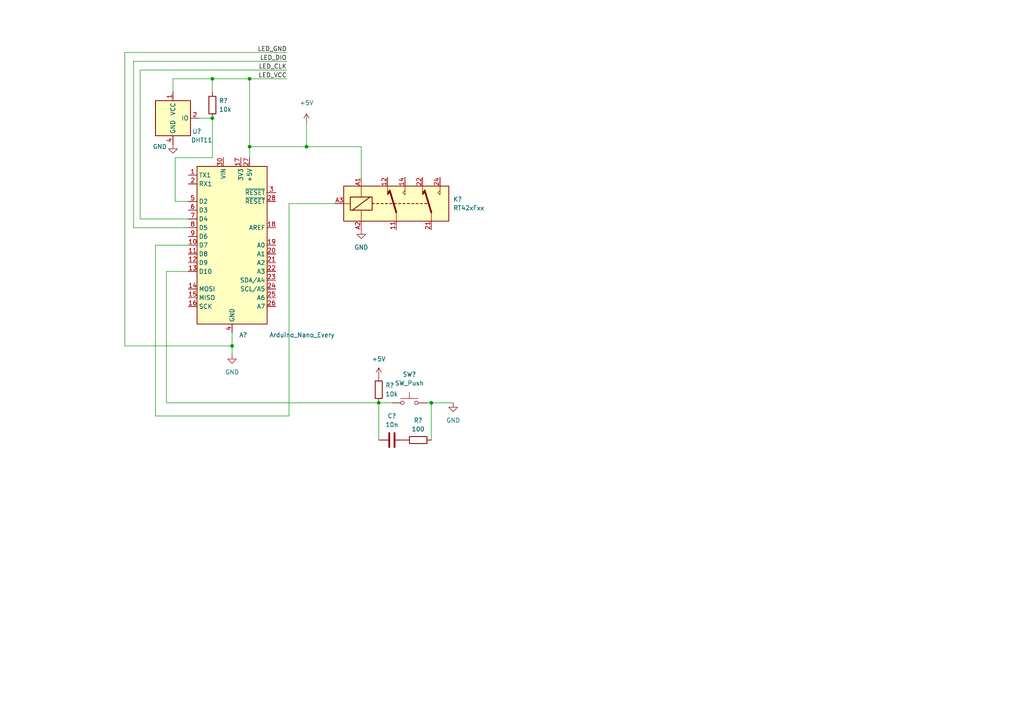
<source format=kicad_sch>
(kicad_sch (version 20211123) (generator eeschema)
  (paper "A4")
  (lib_symbols
    (symbol "Device:C" (pin_numbers hide) (pin_names (offset 0.254))
      (property "Reference" "C" (at 0.635 2.54 0))
      (property "Value" "C" (at 0.635 -2.54 0))
      (symbol "C_0_1"
        (polyline (pts (xy -2.032 -0.762) (xy 2.032 -0.762)) (stroke (width 0.508)))
        (polyline (pts (xy -2.032 0.762) (xy 2.032 0.762)) (stroke (width 0.508)))
      )
      (symbol "C_1_1"
        (pin passive line (at 0 3.81 270) (length 2.794) (name "~") (number "1"))
        (pin passive line (at 0 -3.81 90) (length 2.794) (name "~") (number "2"))
      )
    )
    (symbol "Device:R" (pin_numbers hide) (pin_names (offset 0))
      (property "Reference" "R" (at 2.032 0 90))
      (property "Value" "R" (at 0 0 90))
      (symbol "R_0_1"
        (rectangle (start -1.016 -2.54) (end 1.016 2.54) (stroke (width 0.254)))
      )
      (symbol "R_1_1"
        (pin passive line (at 0 3.81 270) (length 1.27) (name "~") (number "1"))
        (pin passive line (at 0 -3.81 90) (length 1.27) (name "~") (number "2"))
      )
    )
    (symbol "MCU_Module:Arduino_Nano_Every"
      (property "Reference" "A" (at -10.16 23.495 0))
      (property "Value" "Arduino_Nano_Every" (at 5.08 -24.13 0))
      (symbol "Arduino_Nano_Every_0_1"
        (rectangle (start -10.16 22.86) (end 10.16 -22.86) (stroke (width 0.254)) (fill (type background)))
      )
      (symbol "Arduino_Nano_Every_1_1"
        (pin bidirectional line (at -12.7 20.32 0) (length 2.54) (name "TX1") (number "1"))
        (pin bidirectional line (at -12.7 0 0) (length 2.54) (name "D7") (number "10"))
        (pin bidirectional line (at -12.7 -2.54 0) (length 2.54) (name "D8") (number "11"))
        (pin bidirectional line (at -12.7 -5.08 0) (length 2.54) (name "D9") (number "12"))
        (pin bidirectional line (at -12.7 -7.62 0) (length 2.54) (name "D10") (number "13"))
        (pin bidirectional line (at -12.7 -12.7 0) (length 2.54) (name "MOSI") (number "14"))
        (pin bidirectional line (at -12.7 -15.24 0) (length 2.54) (name "MISO") (number "15"))
        (pin bidirectional line (at -12.7 -17.78 0) (length 2.54) (name "SCK") (number "16"))
        (pin power_out line (at 2.54 25.4 270) (length 2.54) (name "3V3") (number "17"))
        (pin input line (at 12.7 5.08 180) (length 2.54) (name "AREF") (number "18"))
        (pin bidirectional line (at 12.7 0 180) (length 2.54) (name "A0") (number "19"))
        (pin bidirectional line (at -12.7 17.78 0) (length 2.54) (name "RX1") (number "2"))
        (pin bidirectional line (at 12.7 -2.54 180) (length 2.54) (name "A1") (number "20"))
        (pin bidirectional line (at 12.7 -5.08 180) (length 2.54) (name "A2") (number "21"))
        (pin bidirectional line (at 12.7 -7.62 180) (length 2.54) (name "A3") (number "22"))
        (pin bidirectional line (at 12.7 -10.16 180) (length 2.54) (name "SDA/A4") (number "23"))
        (pin bidirectional line (at 12.7 -12.7 180) (length 2.54) (name "SCL/A5") (number "24"))
        (pin bidirectional line (at 12.7 -15.24 180) (length 2.54) (name "A6") (number "25"))
        (pin bidirectional line (at 12.7 -17.78 180) (length 2.54) (name "A7") (number "26"))
        (pin power_out line (at 5.08 25.4 270) (length 2.54) (name "+5V") (number "27"))
        (pin input line (at 12.7 12.7 180) (length 2.54) (name "~{RESET}") (number "28"))
        (pin passive line (at 0 -25.4 90) (length 2.54) hide (name "GND") (number "29"))
        (pin input line (at 12.7 15.24 180) (length 2.54) (name "~{RESET}") (number "3"))
        (pin power_in line (at -2.54 25.4 270) (length 2.54) (name "VIN") (number "30"))
        (pin power_in line (at 0 -25.4 90) (length 2.54) (name "GND") (number "4"))
        (pin bidirectional line (at -12.7 12.7 0) (length 2.54) (name "D2") (number "5"))
        (pin bidirectional line (at -12.7 10.16 0) (length 2.54) (name "D3") (number "6"))
        (pin bidirectional line (at -12.7 7.62 0) (length 2.54) (name "D4") (number "7"))
        (pin bidirectional line (at -12.7 5.08 0) (length 2.54) (name "D5") (number "8"))
        (pin bidirectional line (at -12.7 2.54 0) (length 2.54) (name "D6") (number "9"))
      )
    )
    (symbol "Relay:RT42xFxx"
      (property "Reference" "K" (at 16.51 3.81 0))
      (property "Value" "RT42xFxx" (at 16.51 1.27 0))
      (symbol "RT42xFxx_0_0"
        (polyline (pts (xy -7.62 1.905) (xy -12.7 -1.905)) (stroke (width 0.254)))
      )
      (symbol "RT42xFxx_0_1"
        (rectangle (start -15.24 0) (end -13.335 0))
        (rectangle (start -15.24 5.08) (end 15.24 -5.08) (stroke (width 0.254)) (fill (type background)))
        (rectangle (start -13.335 1.905) (end -6.985 -1.905) (stroke (width 0.254)))
        (polyline (pts (xy -10.16 -5.08) (xy -10.16 -1.905)))
        (polyline (pts (xy -10.16 5.08) (xy -10.16 1.905)))
        (polyline (pts (xy -6.985 0) (xy -6.35 0)) (stroke (width 0.254)))
        (polyline (pts (xy -5.715 0) (xy -5.08 0)) (stroke (width 0.254)))
        (polyline (pts (xy -4.445 0) (xy -3.81 0)) (stroke (width 0.254)))
        (polyline (pts (xy -3.175 0) (xy -2.54 0)) (stroke (width 0.254)))
        (polyline (pts (xy -1.905 0) (xy -1.27 0)) (stroke (width 0.254)))
        (polyline (pts (xy -0.635 0) (xy 0 0)) (stroke (width 0.254)))
        (polyline (pts (xy 0 -2.54) (xy -1.905 3.81)) (stroke (width 0.508)))
        (polyline (pts (xy 0 -2.54) (xy 0 -5.08)))
        (polyline (pts (xy 0.635 0) (xy 1.27 0)) (stroke (width 0.254)))
        (polyline (pts (xy 1.905 0) (xy 2.54 0)) (stroke (width 0.254)))
        (polyline (pts (xy 3.175 0) (xy 3.81 0)) (stroke (width 0.254)))
        (polyline (pts (xy 4.445 0) (xy 5.08 0)) (stroke (width 0.254)))
        (polyline (pts (xy 5.715 0) (xy 6.35 0)) (stroke (width 0.254)))
        (polyline (pts (xy 6.985 0) (xy 7.62 0)) (stroke (width 0.254)))
        (polyline (pts (xy 8.255 0) (xy 8.89 0)) (stroke (width 0.254)))
        (polyline (pts (xy 10.16 -2.54) (xy 8.255 3.81)) (stroke (width 0.508)))
        (polyline (pts (xy 10.16 -2.54) (xy 10.16 -5.08)))
        (polyline (pts (xy -2.54 5.08) (xy -2.54 2.54) (xy -1.905 3.175) (xy -2.54 3.81)) (fill (type outline)))
        (polyline (pts (xy 2.54 5.08) (xy 2.54 2.54) (xy 1.905 3.175) (xy 2.54 3.81)))
        (polyline (pts (xy 7.62 5.08) (xy 7.62 2.54) (xy 8.255 3.175) (xy 7.62 3.81)) (fill (type outline)))
        (polyline (pts (xy 12.7 5.08) (xy 12.7 2.54) (xy 12.065 3.175) (xy 12.7 3.81)))
      )
      (symbol "RT42xFxx_1_1"
        (pin passive line (at 0 -7.62 90) (length 2.54) (name "~") (number "11"))
        (pin passive line (at -2.54 7.62 270) (length 2.54) (name "~") (number "12"))
        (pin passive line (at 2.54 7.62 270) (length 2.54) (name "~") (number "14"))
        (pin passive line (at 10.16 -7.62 90) (length 2.54) (name "~") (number "21"))
        (pin passive line (at 7.62 7.62 270) (length 2.54) (name "~") (number "22"))
        (pin passive line (at 12.7 7.62 270) (length 2.54) (name "~") (number "24"))
        (pin passive line (at -10.16 7.62 270) (length 2.54) (name "~") (number "A1"))
        (pin passive line (at -10.16 -7.62 90) (length 2.54) (name "~") (number "A2"))
        (pin passive line (at -17.78 0 0) (length 2.54) (name "~") (number "A3"))
      )
    )
    (symbol "Sensor:DHT11"
      (property "Reference" "U" (at -3.81 6.35 0))
      (property "Value" "DHT11" (at 3.81 6.35 0))
      (symbol "DHT11_0_1"
        (rectangle (start -5.08 5.08) (end 5.08 -5.08) (stroke (width 0.254)) (fill (type background)))
      )
      (symbol "DHT11_1_1"
        (pin power_in line (at 0 7.62 270) (length 2.54) (name "VCC") (number "1"))
        (pin bidirectional line (at 7.62 0 180) (length 2.54) (name "IO") (number "2"))
        (pin no_connect line (at -5.08 0 0) (length 2.54) hide (name "NC") (number "3"))
        (pin power_in line (at 0 -7.62 90) (length 2.54) (name "GND") (number "4"))
      )
    )
    (symbol "Switch:SW_Push" (pin_numbers hide) (pin_names (offset 1.016) hide)
      (property "Reference" "SW" (at 1.27 2.54 0))
      (property "Value" "SW_Push" (at 0 -1.524 0))
      (symbol "SW_Push_0_1"
        (circle (center -2.032 0) (radius 0.508))
        (polyline (pts (xy 0 1.27) (xy 0 3.048)))
        (polyline (pts (xy 2.54 1.27) (xy -2.54 1.27)))
        (circle (center 2.032 0) (radius 0.508))
        (pin passive line (at -5.08 0 0) (length 2.54) (name "1") (number "1"))
        (pin passive line (at 5.08 0 180) (length 2.54) (name "2") (number "2"))
      )
    )
    (symbol "power:+5V" (power) (pin_names (offset 0))
      (property "Value" "+5V" (at 0 3.556 0))
      (symbol "+5V_0_1"
        (polyline (pts (xy -0.762 1.27) (xy 0 2.54)))
        (polyline (pts (xy 0 0) (xy 0 2.54)))
        (polyline (pts (xy 0 2.54) (xy 0.762 1.27)))
      )
      (symbol "+5V_1_1"
        (pin power_in line (at 0 0 90) (length 0) hide (name "+5V") (number "1"))
      )
    )
    (symbol "power:GND" (power) (pin_names (offset 0))
      (property "Value" "GND" (at 0 -3.81 0))
      (symbol "GND_0_1"
        (polyline (pts (xy 0 0) (xy 0 -1.27) (xy 1.27 -1.27) (xy 0 -2.54) (xy -1.27 -1.27) (xy 0 -1.27)))
      )
      (symbol "GND_1_1"
        (pin power_in line (at 0 0 270) (length 0) hide (name "GND") (number "1"))
      )
    )
  )
  (junction (at 67.31 100.33))
  (junction (at 125.095 116.84))
  (junction (at 88.9 42.545))
  (junction (at 61.595 34.29))
  (junction (at 72.39 42.545))
  (junction (at 61.595 22.86))
  (junction (at 72.39 22.86))
  (junction (at 109.855 116.84))
  (wire (pts (xy 88.9 42.545) (xy 104.775 42.545)))
  (wire (pts (xy 61.595 22.86) (xy 72.39 22.86)))
  (wire (pts (xy 38.735 17.78) (xy 83.185 17.78)))
  (wire (pts (xy 83.82 59.055) (xy 83.82 120.65)))
  (wire (pts (xy 48.26 78.74) (xy 48.26 116.84)))
  (wire (pts (xy 72.39 22.86) (xy 72.39 42.545)))
  (wire (pts (xy 104.775 42.545) (xy 104.775 51.435)))
  (wire (pts (xy 67.31 100.33) (xy 36.195 100.33)))
  (wire (pts (xy 72.39 22.86) (xy 83.185 22.86)))
  (wire (pts (xy 48.26 116.84) (xy 109.855 116.84)))
  (wire (pts (xy 125.095 116.84) (xy 123.825 116.84)))
  (wire (pts (xy 54.61 78.74) (xy 48.26 78.74)))
  (wire (pts (xy 40.64 20.32) (xy 83.185 20.32)))
  (wire (pts (xy 61.595 34.29) (xy 61.595 45.72)))
  (wire (pts (xy 40.64 63.5) (xy 40.64 20.32)))
  (wire (pts (xy 36.195 100.33) (xy 36.195 15.24)))
  (wire (pts (xy 72.39 42.545) (xy 88.9 42.545)))
  (wire (pts (xy 50.8 45.72) (xy 50.8 58.42)))
  (wire (pts (xy 38.735 66.04) (xy 54.61 66.04)))
  (wire (pts (xy 38.735 66.04) (xy 38.735 17.78)))
  (wire (pts (xy 61.595 22.86) (xy 61.595 26.67)))
  (wire (pts (xy 40.64 63.5) (xy 54.61 63.5)))
  (wire (pts (xy 125.095 127.635) (xy 125.095 116.84)))
  (wire (pts (xy 83.82 59.055) (xy 97.155 59.055)))
  (wire (pts (xy 50.165 22.86) (xy 50.165 26.67)))
  (wire (pts (xy 45.085 71.12) (xy 45.085 120.65)))
  (wire (pts (xy 50.8 58.42) (xy 54.61 58.42)))
  (wire (pts (xy 88.9 35.56) (xy 88.9 42.545)))
  (wire (pts (xy 72.39 42.545) (xy 72.39 45.72)))
  (wire (pts (xy 67.31 96.52) (xy 67.31 100.33)))
  (wire (pts (xy 109.855 116.84) (xy 113.665 116.84)))
  (wire (pts (xy 61.595 45.72) (xy 50.8 45.72)))
  (wire (pts (xy 109.855 116.84) (xy 109.855 127.635)))
  (wire (pts (xy 125.095 116.84) (xy 131.445 116.84)))
  (wire (pts (xy 57.785 34.29) (xy 61.595 34.29)))
  (wire (pts (xy 45.085 120.65) (xy 83.82 120.65)))
  (wire (pts (xy 54.61 71.12) (xy 45.085 71.12)))
  (wire (pts (xy 67.31 100.33) (xy 67.31 102.87)))
  (wire (pts (xy 36.195 15.24) (xy 83.185 15.24)))
  (wire (pts (xy 50.165 22.86) (xy 61.595 22.86)))
  (label "LED_VCC" (at 83.185 22.86 180))
  (label "LED_DIO" (at 83.185 17.78 180))
  (label "LED_CLK" (at 83.185 20.32 180))
  (label "LED_GND" (at 83.185 15.24 180))
  (symbol (lib_id "Relay:RT42xFxx") (at 114.935 59.055 0) (unit 1)
    (property "Reference" "K?" (at 131.445 57.7849 0) (effects (justify left)))
    (property "Value" "RT42xFxx" (at 131.445 60.3249 0) (effects (justify left)))
    (property "Footprint" "Relay_THT:Relay_DPDT_Schrack-RT2-FormC-Dual-Coil_RM5mm" (effects hide))
    (property "Datasheet" "http://www.te.com/commerce/DocumentDelivery/DDEController?Action=showdoc&DocId=Data+Sheet%7FRT2_bistable%7F1116%7Fpdf%7FEnglish%7FENG_DS_RT2_bistable_1116.pdf%7F1-1415537-8" (effects hide))
  )
  (symbol (lib_id "Sensor:DHT11") (at 50.165 34.29 0) (unit 1)
    (property "Reference" "U?" (at 58.42 38.1 0) (effects (justify right)))
    (property "Value" "DHT11" (at 61.595 40.64 0) (effects (justify right)))
    (property "Footprint" "Sensor:Aosong_DHT11_5.5x12.0_P2.54mm" (effects hide))
    (property "Datasheet" "http://akizukidenshi.com/download/ds/aosong/DHT11.pdf" (effects hide))
  )
  (symbol (lib_id "Device:C") (at 113.665 127.635 90) (unit 1)
    (property "Reference" "C?" (at 113.665 120.65 90))
    (property "Value" "10n" (at 113.665 123.19 90))
  )
  (symbol (lib_id "power:+5V") (at 88.9 35.56 0) (unit 1)
    (property "Reference" "#PWR?" (effects hide))
    (property "Value" "+5V" (at 88.9 29.845 0))
  )
  (symbol (lib_id "Switch:SW_Push") (at 118.745 116.84 0) (unit 1)
    (property "Reference" "SW?" (at 118.745 108.585 0))
    (property "Value" "SW_Push" (at 118.745 111.125 0))
  )
  (symbol (lib_id "Device:R") (at 121.285 127.635 90) (unit 1)
    (property "Reference" "R?" (at 121.285 121.92 90))
    (property "Value" "100" (at 121.285 124.46 90))
  )
  (symbol (lib_id "power:GND") (at 67.31 102.87 0) (unit 1)
    (property "Reference" "#PWR?" (effects hide))
    (property "Value" "GND" (at 67.31 107.95 0))
  )
  (symbol (lib_id "Device:R") (at 109.855 113.03 0) (unit 1)
    (property "Reference" "R?" (at 111.76 111.7599 0) (effects (justify left)))
    (property "Value" "10k" (at 111.76 114.2999 0) (effects (justify left)))
  )
  (symbol (lib_id "power:GND") (at 50.165 41.91 0) (unit 1)
    (property "Reference" "#PWR?" (effects hide))
    (property "Value" "GND" (at 46.355 42.545 0))
  )
  (symbol (lib_id "power:GND") (at 104.775 66.675 0) (unit 1)
    (property "Reference" "#PWR?" (effects hide))
    (property "Value" "GND" (at 104.775 71.755 0))
  )
  (symbol (lib_id "power:GND") (at 131.445 116.84 0) (unit 1)
    (property "Reference" "#PWR?" (effects hide))
    (property "Value" "GND" (at 131.445 121.92 0))
  )
  (symbol (lib_id "Device:R") (at 61.595 30.48 0) (unit 1)
    (property "Reference" "R?" (at 63.5 29.2099 0) (effects (justify left)))
    (property "Value" "10k" (at 63.5 31.7499 0) (effects (justify left)))
  )
  (symbol (lib_id "power:+5V") (at 109.855 109.22 0) (unit 1)
    (property "Reference" "#PWR?" (effects hide))
    (property "Value" "+5V" (at 109.855 104.14 0))
  )
  (symbol (lib_id "MCU_Module:Arduino_Nano_Every") (at 67.31 71.12 0) (unit 1)
    (property "Reference" "A?" (at 69.3294 97.155 0) (effects (justify left)))
    (property "Value" "Arduino_Nano_Every" (at 78.105 97.155 0) (effects (justify left)))
    (property "Footprint" "Module:Arduino_Nano" (effects hide))
    (property "Datasheet" "https://content.arduino.cc/assets/NANOEveryV3.0_sch.pdf" (effects hide))
  )
)
</source>
